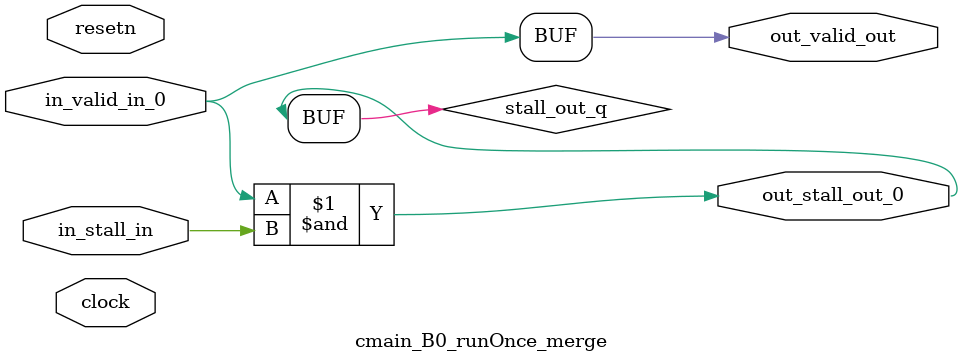
<source format=sv>



(* altera_attribute = "-name AUTO_SHIFT_REGISTER_RECOGNITION OFF; -name MESSAGE_DISABLE 10036; -name MESSAGE_DISABLE 10037; -name MESSAGE_DISABLE 14130; -name MESSAGE_DISABLE 14320; -name MESSAGE_DISABLE 15400; -name MESSAGE_DISABLE 14130; -name MESSAGE_DISABLE 10036; -name MESSAGE_DISABLE 12020; -name MESSAGE_DISABLE 12030; -name MESSAGE_DISABLE 12010; -name MESSAGE_DISABLE 12110; -name MESSAGE_DISABLE 14320; -name MESSAGE_DISABLE 13410; -name MESSAGE_DISABLE 113007; -name MESSAGE_DISABLE 10958" *)
module cmain_B0_runOnce_merge (
    input wire [0:0] in_stall_in,
    input wire [0:0] in_valid_in_0,
    output wire [0:0] out_stall_out_0,
    output wire [0:0] out_valid_out,
    input wire clock,
    input wire resetn
    );

    wire [0:0] stall_out_q;


    // stall_out(LOGICAL,6)
    assign stall_out_q = in_valid_in_0 & in_stall_in;

    // out_stall_out_0(GPOUT,4)
    assign out_stall_out_0 = stall_out_q;

    // out_valid_out(GPOUT,5)
    assign out_valid_out = in_valid_in_0;

endmodule

</source>
